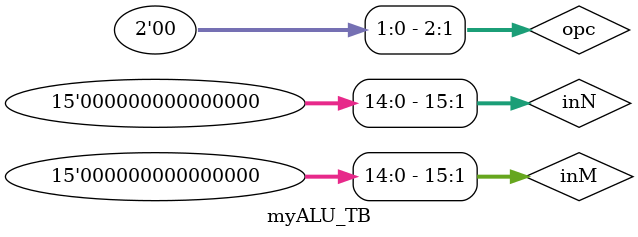
<source format=v>
module BITAND(input [15:0] a,b, output [15:0] w);
	assign w = a & b;
endmodule

module BITOR(input [15:0] a,b, output [15:0] w);
	assign w = a | b;
endmodule 

module BITNOT(input [15:0] a, output [15:0] w);
	assign w = ~a;
endmodule

module OTRSHIFTER(input signed [15:0] a, output [15:0] w);
	assign w = a >>> 1;
endmodule

module MUX4_1(input a,b,c,d, input [1:0] s, output w);
	assign w =	(s == 2'b00) ? a:
			(s == 2'b01) ? b:
			(s == 2'b10) ? c:
			(s == 2'b11) ? d:
			1'bx;
endmodule

module MUX4_16(input [15:0] a,b,c,d, input [1:0] s, output [15:0] w);
	assign w =	(s == 2'b00) ? a:
			(s == 2'b01) ? b:
			(s == 2'b10) ? c:
			(s == 2'b11) ? d:
			16'bxxxxxxxxxxxxxxxx;
endmodule

module ADDER(input [15:0] a, b, input c, output [15:0] w);
	assign w = a + b + c;
endmodule

module ALU(input signed [15:0] inN, input signed [15:0] inM, input inC, input [2:0] opc,
		output [15:0] outF, output zer, output neg);
	wire [15:0] shM,shN,Fmux,ADDres,invM,orMN,andMN;
	wire Smux,S0,S1;
	reg [15:0] Szero = 16'b0000000000000000;
	reg Ozero = 1'b0;
	reg Oone = 1'b1;
	
	OTRSHIFTER SHIFTER1(inM,shM);
	OTRSHIFTER SHIFTER2(inN,shN);
	MUX4_16 MUX1(inN,shN,Szero,shM, {opc[1],opc[0]}, Fmux);
	MUX4_1 MUX2(inC,Ozero,Oone,Ozero, {opc[1],opc[0]}, Smux);
	ADDER ADD1(inM,Fmux,Smux,ADDres);
	BITNOT NOT1(inM,invM);
	BITOR OR1(inM,inN, orMN);
	BITAND AND1(inM,inN, andMN);
	nand Nand1(S0, opc[2], ~opc[0]);
	nand Nand2(S1, opc[2], ~opc[1]);
	MUX4_16 MUX3(andMN,orMN,invM,ADDres, {S1,S0}, outF);
	assign neg = outF[15];
	assign zer = ~(|(outF));
endmodule

`timescale 1ns/1ns

module myALU_TB();
	reg signed [15:0] inN;
	reg signed [15:0] inM;
	reg inC;
	reg [2:0] opc;
	wire [15:0] outF;
	wire zer;
	wire neg;
	ALU ALU1(inN, inM, inC, opc, outF, zer, neg);
	initial begin
		repeat (20) #50 begin
			#5 inM = $random;
			#5 inN = $random;
			#5 inC = $random;
			#5 opc = $random;
		end
	end
endmodule
</source>
